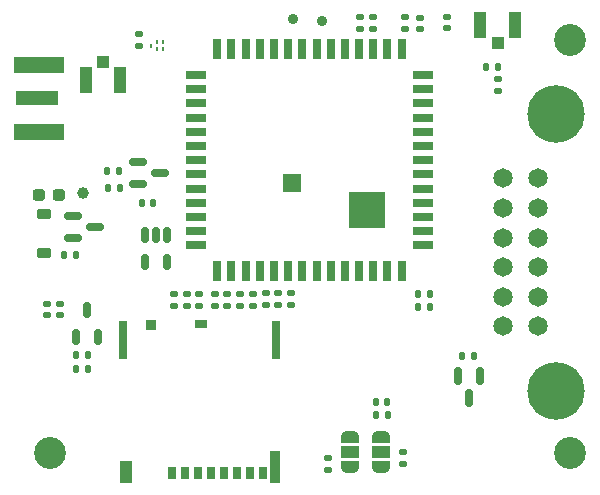
<source format=gbr>
G04 #@! TF.GenerationSoftware,KiCad,Pcbnew,7.0.10*
G04 #@! TF.CreationDate,2024-01-23T21:04:48+03:00*
G04 #@! TF.ProjectId,GPS_MODULE_V3.kicad_pro,4750535f-4d4f-4445-954c-455f56332e6b,rev?*
G04 #@! TF.SameCoordinates,Original*
G04 #@! TF.FileFunction,Soldermask,Bot*
G04 #@! TF.FilePolarity,Negative*
%FSLAX46Y46*%
G04 Gerber Fmt 4.6, Leading zero omitted, Abs format (unit mm)*
G04 Created by KiCad (PCBNEW 7.0.10) date 2024-01-23 21:04:48*
%MOMM*%
%LPD*%
G01*
G04 APERTURE LIST*
G04 Aperture macros list*
%AMRoundRect*
0 Rectangle with rounded corners*
0 $1 Rounding radius*
0 $2 $3 $4 $5 $6 $7 $8 $9 X,Y pos of 4 corners*
0 Add a 4 corners polygon primitive as box body*
4,1,4,$2,$3,$4,$5,$6,$7,$8,$9,$2,$3,0*
0 Add four circle primitives for the rounded corners*
1,1,$1+$1,$2,$3*
1,1,$1+$1,$4,$5*
1,1,$1+$1,$6,$7*
1,1,$1+$1,$8,$9*
0 Add four rect primitives between the rounded corners*
20,1,$1+$1,$2,$3,$4,$5,0*
20,1,$1+$1,$4,$5,$6,$7,0*
20,1,$1+$1,$6,$7,$8,$9,0*
20,1,$1+$1,$8,$9,$2,$3,0*%
%AMFreePoly0*
4,1,19,0.550000,-0.750000,0.000000,-0.750000,0.000000,-0.744911,-0.071157,-0.744911,-0.207708,-0.704816,-0.327430,-0.627875,-0.420627,-0.520320,-0.479746,-0.390866,-0.500000,-0.250000,-0.500000,0.250000,-0.479746,0.390866,-0.420627,0.520320,-0.327430,0.627875,-0.207708,0.704816,-0.071157,0.744911,0.000000,0.744911,0.000000,0.750000,0.550000,0.750000,0.550000,-0.750000,0.550000,-0.750000,
$1*%
%AMFreePoly1*
4,1,19,0.000000,0.744911,0.071157,0.744911,0.207708,0.704816,0.327430,0.627875,0.420627,0.520320,0.479746,0.390866,0.500000,0.250000,0.500000,-0.250000,0.479746,-0.390866,0.420627,-0.520320,0.327430,-0.627875,0.207708,-0.704816,0.071157,-0.744911,0.000000,-0.744911,0.000000,-0.750000,-0.550000,-0.750000,-0.550000,0.750000,0.000000,0.750000,0.000000,0.744911,0.000000,0.744911,
$1*%
G04 Aperture macros list end*
%ADD10C,2.700000*%
%ADD11C,4.875000*%
%ADD12C,1.650000*%
%ADD13R,3.600000X1.270000*%
%ADD14R,4.200000X1.350000*%
%ADD15RoundRect,0.140000X-0.170000X0.140000X-0.170000X-0.140000X0.170000X-0.140000X0.170000X0.140000X0*%
%ADD16RoundRect,0.135000X-0.185000X0.135000X-0.185000X-0.135000X0.185000X-0.135000X0.185000X0.135000X0*%
%ADD17RoundRect,0.135000X0.185000X-0.135000X0.185000X0.135000X-0.185000X0.135000X-0.185000X-0.135000X0*%
%ADD18R,0.250000X0.325000*%
%ADD19R,1.000000X1.050000*%
%ADD20R,1.050000X2.200000*%
%ADD21RoundRect,0.150000X-0.587500X-0.150000X0.587500X-0.150000X0.587500X0.150000X-0.587500X0.150000X0*%
%ADD22RoundRect,0.150000X-0.150000X0.587500X-0.150000X-0.587500X0.150000X-0.587500X0.150000X0.587500X0*%
%ADD23RoundRect,0.135000X-0.135000X-0.185000X0.135000X-0.185000X0.135000X0.185000X-0.135000X0.185000X0*%
%ADD24RoundRect,0.140000X0.170000X-0.140000X0.170000X0.140000X-0.170000X0.140000X-0.170000X-0.140000X0*%
%ADD25RoundRect,0.147500X-0.147500X-0.172500X0.147500X-0.172500X0.147500X0.172500X-0.147500X0.172500X0*%
%ADD26C,1.000000*%
%ADD27FreePoly0,90.000000*%
%ADD28R,1.500000X1.000000*%
%ADD29FreePoly1,90.000000*%
%ADD30RoundRect,0.140000X0.140000X0.170000X-0.140000X0.170000X-0.140000X-0.170000X0.140000X-0.170000X0*%
%ADD31RoundRect,0.150000X0.150000X-0.512500X0.150000X0.512500X-0.150000X0.512500X-0.150000X-0.512500X0*%
%ADD32RoundRect,0.225000X-0.375000X0.225000X-0.375000X-0.225000X0.375000X-0.225000X0.375000X0.225000X0*%
%ADD33RoundRect,0.140000X-0.140000X-0.170000X0.140000X-0.170000X0.140000X0.170000X-0.140000X0.170000X0*%
%ADD34RoundRect,0.150000X-0.150000X0.512500X-0.150000X-0.512500X0.150000X-0.512500X0.150000X0.512500X0*%
%ADD35C,0.900000*%
%ADD36RoundRect,0.135000X0.135000X0.185000X-0.135000X0.185000X-0.135000X-0.185000X0.135000X-0.185000X0*%
%ADD37RoundRect,0.147500X0.172500X-0.147500X0.172500X0.147500X-0.172500X0.147500X-0.172500X-0.147500X0*%
%ADD38R,1.524000X1.500000*%
%ADD39R,3.048000X3.048000*%
%ADD40R,1.800000X0.800000*%
%ADD41R,0.800000X1.800000*%
%ADD42R,1.050000X0.780000*%
%ADD43R,0.700000X3.330000*%
%ADD44R,0.860000X2.800000*%
%ADD45R,0.900000X0.930000*%
%ADD46R,1.140000X1.830000*%
%ADD47R,0.700000X1.100000*%
%ADD48RoundRect,0.237500X-0.287500X-0.237500X0.287500X-0.237500X0.287500X0.237500X-0.287500X0.237500X0*%
G04 APERTURE END LIST*
D10*
X226350000Y-103940000D03*
D11*
X269200000Y-75200000D03*
X269200000Y-98700000D03*
D12*
X267700000Y-93200000D03*
X267700000Y-90700000D03*
X267700000Y-88200000D03*
X267700000Y-85700000D03*
X267700000Y-83200000D03*
X267700000Y-80700000D03*
X264700000Y-93200000D03*
X264700000Y-90700000D03*
X264700000Y-88200000D03*
X264700000Y-85700000D03*
X264700000Y-83200000D03*
X264700000Y-80700000D03*
D13*
X225262500Y-73900000D03*
D14*
X225462500Y-76725000D03*
X225462500Y-71075000D03*
D15*
X226100000Y-91320000D03*
X226100000Y-92280000D03*
D16*
X249940000Y-104340000D03*
X249940000Y-105360000D03*
D17*
X264300000Y-73310000D03*
X264300000Y-72290000D03*
D16*
X242450000Y-90440000D03*
X242450000Y-91460000D03*
D18*
X234975000Y-69462500D03*
X235475000Y-69175000D03*
X235975000Y-69175000D03*
X235975000Y-69750000D03*
X235475000Y-69750000D03*
D16*
X239000000Y-90490000D03*
X239000000Y-91510000D03*
D19*
X230875000Y-70875000D03*
D20*
X229400000Y-72400000D03*
X232350000Y-72400000D03*
D21*
X233812500Y-81200000D03*
X233812500Y-79300000D03*
X235687500Y-80250000D03*
D10*
X270430000Y-103940000D03*
D22*
X260900000Y-97400000D03*
X262800000Y-97400000D03*
X261850000Y-99275000D03*
D23*
X257530000Y-91550000D03*
X258550000Y-91550000D03*
D17*
X253740000Y-68020000D03*
X253740000Y-67000000D03*
D24*
X240350000Y-91460000D03*
X240350000Y-90500000D03*
D25*
X263330000Y-71300000D03*
X264300000Y-71300000D03*
D23*
X231292500Y-81490000D03*
X232312500Y-81490000D03*
X227597500Y-87180000D03*
X228617500Y-87180000D03*
D15*
X227200000Y-91320000D03*
X227200000Y-92280000D03*
D26*
X229147500Y-81940000D03*
D21*
X228312500Y-85750000D03*
X228312500Y-83850000D03*
X230187500Y-84800000D03*
D27*
X254400000Y-105150000D03*
D28*
X254400000Y-103850000D03*
D29*
X254400000Y-102550000D03*
D24*
X241400000Y-91460000D03*
X241400000Y-90500000D03*
X260000000Y-67980000D03*
X260000000Y-67020000D03*
D16*
X243550000Y-90440000D03*
X243550000Y-91460000D03*
D19*
X264300000Y-69200000D03*
D20*
X265775000Y-67675000D03*
X262825000Y-67675000D03*
D30*
X254960000Y-100750000D03*
X254000000Y-100750000D03*
D31*
X230450000Y-94137500D03*
X228550000Y-94137500D03*
X229500000Y-91862500D03*
D17*
X256470000Y-68040000D03*
X256470000Y-67020000D03*
D32*
X225907500Y-83730000D03*
X225907500Y-87030000D03*
D33*
X228620000Y-96800000D03*
X229580000Y-96800000D03*
D23*
X257530000Y-90450000D03*
X258550000Y-90450000D03*
D16*
X236850000Y-90490000D03*
X236850000Y-91510000D03*
D24*
X252640000Y-68020000D03*
X252640000Y-67060000D03*
D17*
X256240000Y-104860000D03*
X256240000Y-103840000D03*
D27*
X251750000Y-105150000D03*
D28*
X251750000Y-103850000D03*
D29*
X251750000Y-102550000D03*
D23*
X231240000Y-80100000D03*
X232260000Y-80100000D03*
D30*
X254930000Y-99650000D03*
X253970000Y-99650000D03*
D34*
X234390000Y-85502500D03*
X235340000Y-85502500D03*
X236290000Y-85502500D03*
X236290000Y-87777500D03*
X234390000Y-87777500D03*
D33*
X228620000Y-95635000D03*
X229580000Y-95635000D03*
D35*
X249400000Y-67400000D03*
D16*
X246800000Y-90390000D03*
X246800000Y-91410000D03*
D33*
X234140000Y-82800000D03*
X235100000Y-82800000D03*
D36*
X262310000Y-95700000D03*
X261290000Y-95700000D03*
D35*
X247000000Y-67200000D03*
D17*
X245700000Y-91410000D03*
X245700000Y-90390000D03*
D16*
X244650000Y-90400000D03*
X244650000Y-91420000D03*
D10*
X270430000Y-68960000D03*
D16*
X237950000Y-90490000D03*
X237950000Y-91510000D03*
D37*
X233925000Y-69450000D03*
X233925000Y-68480000D03*
D38*
X246850000Y-81050000D03*
D39*
X253200000Y-83350006D03*
D40*
X257950000Y-86350000D03*
X257950000Y-85150000D03*
X257950000Y-83950000D03*
X257950000Y-82750000D03*
X257950000Y-81550000D03*
X257950000Y-80350000D03*
X257950000Y-79150000D03*
X257950000Y-77950000D03*
X257950000Y-76750000D03*
X257950000Y-75550000D03*
X257950000Y-74350000D03*
X257950000Y-73150000D03*
X257950000Y-71950000D03*
D41*
X256150000Y-69750000D03*
X254950000Y-69750000D03*
X253750000Y-69750000D03*
X252550000Y-69750000D03*
X251350000Y-69750000D03*
X250150000Y-69750000D03*
X248950000Y-69750000D03*
X247750000Y-69750000D03*
X246550000Y-69750000D03*
X245350000Y-69750000D03*
X244150000Y-69750000D03*
X242950000Y-69750000D03*
X241750000Y-69750000D03*
X240550000Y-69750000D03*
D40*
X238750000Y-71950000D03*
X238750000Y-73150000D03*
X238750000Y-74350000D03*
X238750000Y-75550000D03*
X238750000Y-76750000D03*
X238750000Y-77950000D03*
X238750000Y-79150000D03*
X238750000Y-80350000D03*
X238750000Y-81550000D03*
X238750000Y-82750000D03*
X238750000Y-83950000D03*
X238750000Y-85150000D03*
X238750000Y-86350000D03*
D41*
X240550000Y-88550000D03*
X241750000Y-88550000D03*
X242950000Y-88550000D03*
X244150000Y-88550000D03*
X245350000Y-88550000D03*
X246550000Y-88550000D03*
X247750000Y-88550000D03*
X248950000Y-88550000D03*
X250150000Y-88550000D03*
X251350000Y-88550000D03*
X252550000Y-88550000D03*
X253750000Y-88550000D03*
X254950000Y-88550000D03*
X256150000Y-88550000D03*
D42*
X239170000Y-93060000D03*
D43*
X245555000Y-94335000D03*
D44*
X245475000Y-105100000D03*
D45*
X234905000Y-93135000D03*
D46*
X232815000Y-105585000D03*
D43*
X232595000Y-94335000D03*
D47*
X244395000Y-105600000D03*
X243295000Y-105600000D03*
X242195000Y-105600000D03*
X241095000Y-105600000D03*
X239995000Y-105600000D03*
X238895000Y-105600000D03*
X237795000Y-105600000D03*
X236695000Y-105600000D03*
D48*
X225422500Y-82060000D03*
X227172500Y-82060000D03*
D24*
X257670000Y-68040000D03*
X257670000Y-67080000D03*
M02*

</source>
